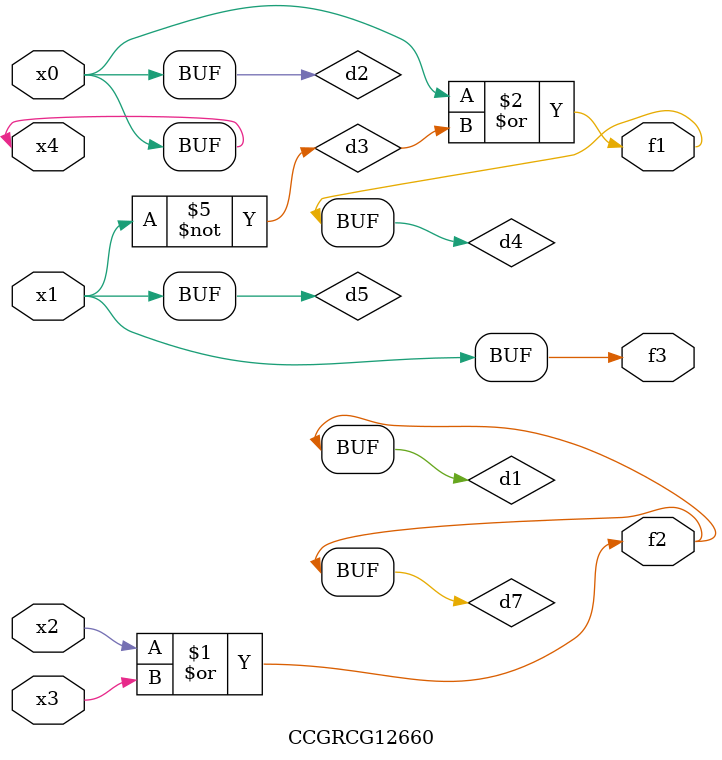
<source format=v>
module CCGRCG12660(
	input x0, x1, x2, x3, x4,
	output f1, f2, f3
);

	wire d1, d2, d3, d4, d5, d6, d7;

	or (d1, x2, x3);
	buf (d2, x0, x4);
	not (d3, x1);
	or (d4, d2, d3);
	not (d5, d3);
	nand (d6, d1, d3);
	or (d7, d1);
	assign f1 = d4;
	assign f2 = d7;
	assign f3 = d5;
endmodule

</source>
